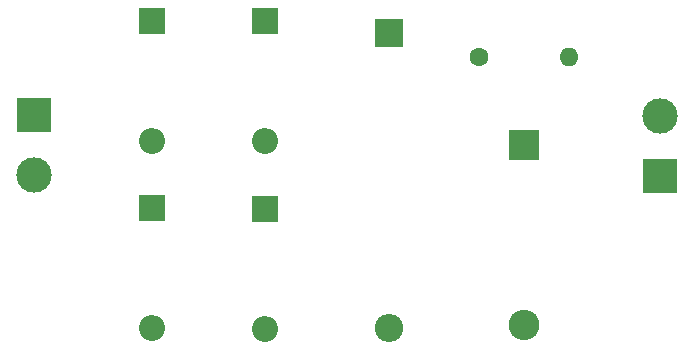
<source format=gbr>
G04 #@! TF.GenerationSoftware,KiCad,Pcbnew,8.0.6*
G04 #@! TF.CreationDate,2025-09-25T22:41:13-06:00*
G04 #@! TF.ProjectId,CargadorWalkieTalkie,43617267-6164-46f7-9257-616c6b696554,0.0*
G04 #@! TF.SameCoordinates,Original*
G04 #@! TF.FileFunction,Soldermask,Bot*
G04 #@! TF.FilePolarity,Negative*
%FSLAX46Y46*%
G04 Gerber Fmt 4.6, Leading zero omitted, Abs format (unit mm)*
G04 Created by KiCad (PCBNEW 8.0.6) date 2025-09-25 22:41:13*
%MOMM*%
%LPD*%
G01*
G04 APERTURE LIST*
%ADD10C,1.600000*%
%ADD11O,1.600000X1.600000*%
%ADD12R,2.400000X2.400000*%
%ADD13O,2.400000X2.400000*%
%ADD14R,2.600000X2.600000*%
%ADD15O,2.600000X2.600000*%
%ADD16R,2.200000X2.200000*%
%ADD17O,2.200000X2.200000*%
%ADD18R,3.000000X3.000000*%
%ADD19C,3.000000*%
G04 APERTURE END LIST*
D10*
X133190000Y-81000000D03*
D11*
X140810000Y-81000000D03*
D12*
X125500000Y-79000000D03*
D13*
X125500000Y-104000000D03*
D14*
X137000000Y-88500000D03*
D15*
X137000000Y-103740000D03*
D16*
X105500000Y-78000000D03*
D17*
X105500000Y-88160000D03*
D16*
X105500000Y-93840000D03*
D17*
X105500000Y-104000000D03*
D16*
X115000000Y-78000000D03*
D17*
X115000000Y-88160000D03*
D18*
X148500000Y-91080000D03*
D19*
X148500000Y-86000000D03*
D18*
X95500000Y-85920000D03*
D19*
X95500000Y-91000000D03*
D16*
X115000000Y-93920000D03*
D17*
X115000000Y-104080000D03*
M02*

</source>
